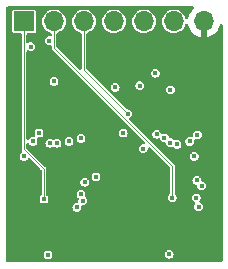
<source format=gbr>
%TF.GenerationSoftware,KiCad,Pcbnew,(6.0.0)*%
%TF.CreationDate,2022-04-20T12:25:39-04:00*%
%TF.ProjectId,7_seg,375f7365-672e-46b6-9963-61645f706362,rev?*%
%TF.SameCoordinates,Original*%
%TF.FileFunction,Copper,L2,Inr*%
%TF.FilePolarity,Positive*%
%FSLAX46Y46*%
G04 Gerber Fmt 4.6, Leading zero omitted, Abs format (unit mm)*
G04 Created by KiCad (PCBNEW (6.0.0)) date 2022-04-20 12:25:39*
%MOMM*%
%LPD*%
G01*
G04 APERTURE LIST*
%TA.AperFunction,ComponentPad*%
%ADD10O,1.700000X1.700000*%
%TD*%
%TA.AperFunction,ComponentPad*%
%ADD11R,1.700000X1.700000*%
%TD*%
%TA.AperFunction,ViaPad*%
%ADD12C,0.400000*%
%TD*%
%TA.AperFunction,Conductor*%
%ADD13C,0.100000*%
%TD*%
G04 APERTURE END LIST*
D10*
%TO.N,GND*%
%TO.C,J1*%
X130810000Y-74930000D03*
%TO.N,VCC*%
X128270000Y-74930000D03*
%TO.N,SEG_IN2*%
X125730000Y-74930000D03*
%TO.N,SEG_IN1*%
X123190000Y-74930000D03*
%TO.N,SEG_IN0*%
X120650000Y-74930000D03*
%TO.N,SEG_IN1_ENABLE*%
X118110000Y-74930000D03*
D11*
%TO.N,SEG_IN2_ENABLE*%
X115570000Y-74930000D03*
%TD*%
D12*
%TO.N,SEG_IN2*%
X120548400Y-90119200D03*
%TO.N,GND*%
X128676400Y-90119200D03*
X126085600Y-89408000D03*
X118211600Y-89763600D03*
X115976400Y-88442800D03*
%TO.N,SEG_E*%
X123958900Y-84378800D03*
%TO.N,SEG_D*%
X129989502Y-86360000D03*
%TO.N,SEG_IN0*%
X130200400Y-88392000D03*
%TO.N,SEG_IN1*%
X130606800Y-88849200D03*
%TO.N,SEG_F*%
X126695200Y-79316400D03*
X117710500Y-76555600D03*
%TO.N,SEG_G*%
X125374400Y-80365600D03*
X116128800Y-77063600D03*
%TO.N,SEG_IN2*%
X130149600Y-89865200D03*
%TO.N,SEG_IN1*%
X120396000Y-89560400D03*
X123291600Y-80518000D03*
%TO.N,SEG_IN0*%
X120700800Y-88544400D03*
X124358400Y-82753200D03*
X121666000Y-88087200D03*
%TO.N,SEG_IN1_ENABLE*%
X128117600Y-89865200D03*
%TO.N,SEG_IN2_ENABLE*%
X117259500Y-89966800D03*
%TO.N,SEG_B*%
X130251200Y-84531200D03*
%TO.N,SEG_A*%
X129590800Y-85090000D03*
%TO.N,Net-(DS2-Pad8)*%
X127965200Y-80721200D03*
%TO.N,SEG_F*%
X126796800Y-84480400D03*
%TO.N,SEG_G*%
X125679200Y-85699600D03*
%TO.N,SEG_DP*%
X130352800Y-90627200D03*
%TO.N,SEG_C*%
X128524000Y-85344000D03*
%TO.N,Net-(DS2-Pad3)*%
X127863600Y-94640400D03*
%TO.N,SEG_D*%
X127965200Y-85191600D03*
%TO.N,SEG_E*%
X127457200Y-84785200D03*
%TO.N,SEG_DP*%
X120040400Y-90678000D03*
%TO.N,SEG_C*%
X118364000Y-85242400D03*
%TO.N,Net-(DS1-Pad3)*%
X117602000Y-94691200D03*
%TO.N,SEG_D*%
X117759500Y-85242400D03*
%TO.N,SEG_E*%
X116840000Y-84379502D03*
%TO.N,SEG_B*%
X120396000Y-84836000D03*
%TO.N,SEG_A*%
X119380000Y-85090000D03*
%TO.N,Net-(DS1-Pad8)*%
X118110000Y-80010000D03*
%TO.N,SEG_G*%
X115570000Y-86360000D03*
%TO.N,SEG_F*%
X116332000Y-85090000D03*
%TD*%
D13*
%TO.N,SEG_IN0*%
X120650000Y-79044800D02*
X124358400Y-82753200D01*
X120650000Y-74930000D02*
X120650000Y-79044800D01*
%TO.N,SEG_IN1_ENABLE*%
X128117600Y-87172800D02*
X128117600Y-89865200D01*
X118110000Y-77165200D02*
X127152400Y-86207600D01*
X127152400Y-86207600D02*
X128117600Y-87172800D01*
X118110000Y-74930000D02*
X118110000Y-77165200D01*
%TO.N,SEG_IN2_ENABLE*%
X117259500Y-87439900D02*
X117259500Y-89966800D01*
X116992400Y-87172800D02*
X117259500Y-87439900D01*
X115570000Y-85750400D02*
X116992400Y-87172800D01*
X115570000Y-74930000D02*
X115570000Y-85750400D01*
%TD*%
%TA.AperFunction,Conductor*%
%TO.N,GND*%
G36*
X129930064Y-73680002D02*
G01*
X129976557Y-73733658D01*
X129986661Y-73803932D01*
X129957167Y-73868512D01*
X129937596Y-73886760D01*
X129909433Y-73907905D01*
X129901726Y-73914748D01*
X129754590Y-74068717D01*
X129748104Y-74076727D01*
X129628098Y-74252649D01*
X129623000Y-74261623D01*
X129533338Y-74454783D01*
X129529776Y-74464467D01*
X129476004Y-74658358D01*
X129438525Y-74718655D01*
X129374396Y-74749118D01*
X129303978Y-74740074D01*
X129249628Y-74694395D01*
X129233965Y-74661102D01*
X129201266Y-74552796D01*
X129201265Y-74552793D01*
X129199484Y-74546894D01*
X129107370Y-74373653D01*
X128983361Y-74221602D01*
X128832180Y-74096535D01*
X128659585Y-74003213D01*
X128557124Y-73971496D01*
X128478039Y-73947015D01*
X128478036Y-73947014D01*
X128472152Y-73945193D01*
X128466027Y-73944549D01*
X128466026Y-73944549D01*
X128283147Y-73925327D01*
X128283146Y-73925327D01*
X128277019Y-73924683D01*
X128154733Y-73935812D01*
X128087759Y-73941907D01*
X128087758Y-73941907D01*
X128081618Y-73942466D01*
X128075704Y-73944207D01*
X128075702Y-73944207D01*
X128006410Y-73964601D01*
X127893393Y-73997864D01*
X127887928Y-74000721D01*
X127724972Y-74085912D01*
X127724968Y-74085915D01*
X127719512Y-74088767D01*
X127714712Y-74092627D01*
X127714711Y-74092627D01*
X127701902Y-74102926D01*
X127566600Y-74211711D01*
X127440480Y-74362016D01*
X127437516Y-74367408D01*
X127437513Y-74367412D01*
X127389481Y-74454783D01*
X127345956Y-74533954D01*
X127286628Y-74720978D01*
X127264757Y-74915963D01*
X127281175Y-75111483D01*
X127335258Y-75300091D01*
X127338076Y-75305574D01*
X127422123Y-75469113D01*
X127422126Y-75469117D01*
X127424944Y-75474601D01*
X127546818Y-75628369D01*
X127551511Y-75632363D01*
X127551512Y-75632364D01*
X127676456Y-75738699D01*
X127696238Y-75755535D01*
X127701616Y-75758541D01*
X127701618Y-75758542D01*
X127737932Y-75778837D01*
X127867513Y-75851257D01*
X128054118Y-75911889D01*
X128248946Y-75935121D01*
X128255081Y-75934649D01*
X128255083Y-75934649D01*
X128438434Y-75920541D01*
X128438438Y-75920540D01*
X128444576Y-75920068D01*
X128633556Y-75867303D01*
X128808689Y-75778837D01*
X128838515Y-75755535D01*
X128958453Y-75661829D01*
X128963303Y-75658040D01*
X128993084Y-75623539D01*
X129087485Y-75514173D01*
X129087485Y-75514172D01*
X129091509Y-75509511D01*
X129188425Y-75338909D01*
X129237214Y-75192245D01*
X129277696Y-75133921D01*
X129343284Y-75106741D01*
X129413154Y-75119336D01*
X129465124Y-75167706D01*
X129479689Y-75204316D01*
X129508565Y-75332447D01*
X129511645Y-75342275D01*
X129591770Y-75539603D01*
X129596413Y-75548794D01*
X129707694Y-75730388D01*
X129713777Y-75738699D01*
X129853213Y-75899667D01*
X129860580Y-75906883D01*
X130024434Y-76042916D01*
X130032881Y-76048831D01*
X130216756Y-76156279D01*
X130226042Y-76160729D01*
X130425001Y-76236703D01*
X130434899Y-76239579D01*
X130538250Y-76260606D01*
X130552299Y-76259410D01*
X130556000Y-76249065D01*
X130556000Y-74802000D01*
X130576002Y-74733879D01*
X130629658Y-74687386D01*
X130682000Y-74676000D01*
X130938000Y-74676000D01*
X131006121Y-74696002D01*
X131052614Y-74749658D01*
X131064000Y-74802000D01*
X131064000Y-76248517D01*
X131068064Y-76262359D01*
X131081478Y-76264393D01*
X131088184Y-76263534D01*
X131098262Y-76261392D01*
X131302255Y-76200191D01*
X131311842Y-76196433D01*
X131503095Y-76102739D01*
X131511945Y-76097464D01*
X131685328Y-75973792D01*
X131693200Y-75967139D01*
X131844052Y-75816812D01*
X131850730Y-75808965D01*
X131975003Y-75636020D01*
X131980313Y-75627183D01*
X132074670Y-75436267D01*
X132078469Y-75426672D01*
X132138242Y-75229937D01*
X132177183Y-75170573D01*
X132242037Y-75141686D01*
X132312213Y-75152447D01*
X132365431Y-75199441D01*
X132384800Y-75266566D01*
X132384800Y-95174800D01*
X132364798Y-95242921D01*
X132311142Y-95289414D01*
X132258800Y-95300800D01*
X117722521Y-95300800D01*
X117654400Y-95280798D01*
X117607907Y-95227142D01*
X117602206Y-95187494D01*
X117601856Y-95212022D01*
X117562622Y-95271194D01*
X117497627Y-95299761D01*
X117481479Y-95300800D01*
X114172000Y-95300800D01*
X114103879Y-95280798D01*
X114057386Y-95227142D01*
X114046000Y-95174800D01*
X114046000Y-94691200D01*
X117226882Y-94691200D01*
X117245242Y-94807118D01*
X117249743Y-94815952D01*
X117249744Y-94815955D01*
X117268135Y-94852048D01*
X117298523Y-94911689D01*
X117381511Y-94994677D01*
X117435079Y-95021971D01*
X117477245Y-95043456D01*
X117477248Y-95043457D01*
X117486082Y-95047958D01*
X117501191Y-95050351D01*
X117565344Y-95080764D01*
X117602870Y-95141033D01*
X117602800Y-95145926D01*
X117627297Y-95092288D01*
X117687023Y-95053904D01*
X117702808Y-95050351D01*
X117717918Y-95047958D01*
X117726752Y-95043457D01*
X117726755Y-95043456D01*
X117768921Y-95021971D01*
X117822489Y-94994677D01*
X117905477Y-94911689D01*
X117935865Y-94852048D01*
X117954256Y-94815955D01*
X117954257Y-94815952D01*
X117958758Y-94807118D01*
X117977118Y-94691200D01*
X117969072Y-94640400D01*
X127488482Y-94640400D01*
X127506842Y-94756318D01*
X127511343Y-94765152D01*
X127511344Y-94765155D01*
X127527735Y-94797324D01*
X127560123Y-94860889D01*
X127643111Y-94943877D01*
X127696679Y-94971171D01*
X127738845Y-94992656D01*
X127738848Y-94992657D01*
X127747682Y-94997158D01*
X127863600Y-95015518D01*
X127979518Y-94997158D01*
X127988352Y-94992657D01*
X127988355Y-94992656D01*
X128030521Y-94971171D01*
X128084089Y-94943877D01*
X128167077Y-94860889D01*
X128199465Y-94797324D01*
X128215856Y-94765155D01*
X128215857Y-94765152D01*
X128220358Y-94756318D01*
X128238718Y-94640400D01*
X128220358Y-94524482D01*
X128215857Y-94515648D01*
X128215856Y-94515645D01*
X128189385Y-94463694D01*
X128167077Y-94419911D01*
X128084089Y-94336923D01*
X128030521Y-94309629D01*
X127988355Y-94288144D01*
X127988352Y-94288143D01*
X127979518Y-94283642D01*
X127863600Y-94265282D01*
X127747682Y-94283642D01*
X127738848Y-94288143D01*
X127738845Y-94288144D01*
X127696679Y-94309629D01*
X127643111Y-94336923D01*
X127560123Y-94419911D01*
X127537815Y-94463694D01*
X127511344Y-94515645D01*
X127511343Y-94515648D01*
X127506842Y-94524482D01*
X127488482Y-94640400D01*
X117969072Y-94640400D01*
X117958758Y-94575282D01*
X117954257Y-94566448D01*
X117954256Y-94566445D01*
X117928372Y-94515645D01*
X117905477Y-94470711D01*
X117822489Y-94387723D01*
X117768921Y-94360429D01*
X117726755Y-94338944D01*
X117726752Y-94338943D01*
X117717918Y-94334442D01*
X117602000Y-94316082D01*
X117486082Y-94334442D01*
X117477248Y-94338943D01*
X117477245Y-94338944D01*
X117435079Y-94360429D01*
X117381511Y-94387723D01*
X117298523Y-94470711D01*
X117275628Y-94515645D01*
X117249744Y-94566445D01*
X117249743Y-94566448D01*
X117245242Y-94575282D01*
X117226882Y-94691200D01*
X114046000Y-94691200D01*
X114046000Y-90678000D01*
X119665282Y-90678000D01*
X119683642Y-90793918D01*
X119688143Y-90802752D01*
X119688144Y-90802755D01*
X119706535Y-90838848D01*
X119736923Y-90898489D01*
X119819911Y-90981477D01*
X119873479Y-91008771D01*
X119915645Y-91030256D01*
X119915648Y-91030257D01*
X119924482Y-91034758D01*
X120040400Y-91053118D01*
X120156318Y-91034758D01*
X120165152Y-91030257D01*
X120165155Y-91030256D01*
X120207321Y-91008771D01*
X120260889Y-90981477D01*
X120343877Y-90898489D01*
X120374265Y-90838848D01*
X120392656Y-90802755D01*
X120392657Y-90802752D01*
X120397158Y-90793918D01*
X120415518Y-90678000D01*
X120409258Y-90638478D01*
X120418357Y-90568068D01*
X120464079Y-90513753D01*
X120533707Y-90492767D01*
X120538608Y-90492767D01*
X120548400Y-90494318D01*
X120664318Y-90475958D01*
X120673152Y-90471457D01*
X120673155Y-90471456D01*
X120715321Y-90449971D01*
X120768889Y-90422677D01*
X120851877Y-90339689D01*
X120896515Y-90252082D01*
X120900656Y-90243955D01*
X120900657Y-90243952D01*
X120905158Y-90235118D01*
X120923518Y-90119200D01*
X120905158Y-90003282D01*
X120900657Y-89994448D01*
X120900656Y-89994445D01*
X120879171Y-89952279D01*
X120851877Y-89898711D01*
X120775880Y-89822714D01*
X120741854Y-89760402D01*
X120746531Y-89695018D01*
X120745192Y-89694583D01*
X120748255Y-89685155D01*
X120752758Y-89676318D01*
X120771118Y-89560400D01*
X120752758Y-89444482D01*
X120748257Y-89435648D01*
X120748256Y-89435645D01*
X120726771Y-89393479D01*
X120699477Y-89339911D01*
X120616489Y-89256923D01*
X120562921Y-89229629D01*
X120520755Y-89208144D01*
X120520752Y-89208143D01*
X120511918Y-89203642D01*
X120396000Y-89185282D01*
X120280082Y-89203642D01*
X120271248Y-89208143D01*
X120271245Y-89208144D01*
X120229079Y-89229629D01*
X120175511Y-89256923D01*
X120092523Y-89339911D01*
X120065229Y-89393479D01*
X120043744Y-89435645D01*
X120043743Y-89435648D01*
X120039242Y-89444482D01*
X120020882Y-89560400D01*
X120039242Y-89676318D01*
X120043743Y-89685152D01*
X120043744Y-89685155D01*
X120048548Y-89694583D01*
X120092523Y-89780889D01*
X120168520Y-89856886D01*
X120202546Y-89919198D01*
X120197869Y-89984582D01*
X120199208Y-89985017D01*
X120196145Y-89994445D01*
X120191642Y-90003282D01*
X120173282Y-90119200D01*
X120174833Y-90128991D01*
X120179542Y-90158721D01*
X120170443Y-90229132D01*
X120124721Y-90283447D01*
X120055093Y-90304433D01*
X120050192Y-90304433D01*
X120040400Y-90302882D01*
X119924482Y-90321242D01*
X119915648Y-90325743D01*
X119915645Y-90325744D01*
X119874506Y-90346706D01*
X119819911Y-90374523D01*
X119736923Y-90457511D01*
X119718169Y-90494318D01*
X119688144Y-90553245D01*
X119688143Y-90553248D01*
X119683642Y-90562082D01*
X119665282Y-90678000D01*
X114046000Y-90678000D01*
X114046000Y-75794820D01*
X114569500Y-75794820D01*
X114578233Y-75838722D01*
X114585127Y-75849040D01*
X114585128Y-75849042D01*
X114598437Y-75868960D01*
X114611496Y-75888504D01*
X114621815Y-75895399D01*
X114650958Y-75914872D01*
X114650960Y-75914873D01*
X114661278Y-75921767D01*
X114705180Y-75930500D01*
X115243500Y-75930500D01*
X115311621Y-75950502D01*
X115358114Y-76004158D01*
X115369500Y-76056500D01*
X115369500Y-85714188D01*
X115369364Y-85716589D01*
X115365666Y-85727119D01*
X115367235Y-85741220D01*
X115367235Y-85741221D01*
X115368727Y-85754627D01*
X115369212Y-85763369D01*
X115369500Y-85765927D01*
X115369500Y-85773003D01*
X115371073Y-85779897D01*
X115371424Y-85783016D01*
X115372776Y-85791009D01*
X115375783Y-85818033D01*
X115382058Y-85828056D01*
X115384688Y-85839585D01*
X115393530Y-85850681D01*
X115393531Y-85850683D01*
X115401286Y-85860414D01*
X115428097Y-85926154D01*
X115415110Y-85995952D01*
X115366448Y-86047649D01*
X115359968Y-86051195D01*
X115349511Y-86056523D01*
X115266523Y-86139511D01*
X115239229Y-86193079D01*
X115217744Y-86235245D01*
X115217743Y-86235248D01*
X115213242Y-86244082D01*
X115194882Y-86360000D01*
X115213242Y-86475918D01*
X115217743Y-86484752D01*
X115217744Y-86484755D01*
X115228218Y-86505311D01*
X115266523Y-86580489D01*
X115349511Y-86663477D01*
X115403079Y-86690771D01*
X115445245Y-86712256D01*
X115445248Y-86712257D01*
X115454082Y-86716758D01*
X115570000Y-86735118D01*
X115685918Y-86716758D01*
X115694752Y-86712257D01*
X115694755Y-86712256D01*
X115736921Y-86690771D01*
X115790489Y-86663477D01*
X115873477Y-86580489D01*
X115877981Y-86571648D01*
X115883808Y-86563629D01*
X115885449Y-86564821D01*
X115925537Y-86522376D01*
X115994452Y-86505311D01*
X116061653Y-86528213D01*
X116078149Y-86542099D01*
X116834514Y-87298463D01*
X116834516Y-87298466D01*
X116943338Y-87407287D01*
X117022095Y-87486044D01*
X117056120Y-87548356D01*
X117059000Y-87575140D01*
X117059000Y-89591144D01*
X117038998Y-89659265D01*
X117022095Y-89680239D01*
X116956023Y-89746311D01*
X116938405Y-89780889D01*
X116907244Y-89842045D01*
X116907243Y-89842048D01*
X116902742Y-89850882D01*
X116884382Y-89966800D01*
X116902742Y-90082718D01*
X116907243Y-90091552D01*
X116907244Y-90091555D01*
X116928729Y-90133721D01*
X116956023Y-90187289D01*
X117039011Y-90270277D01*
X117092579Y-90297571D01*
X117134745Y-90319056D01*
X117134748Y-90319057D01*
X117143582Y-90323558D01*
X117259500Y-90341918D01*
X117375418Y-90323558D01*
X117384252Y-90319057D01*
X117384255Y-90319056D01*
X117426421Y-90297571D01*
X117479989Y-90270277D01*
X117562977Y-90187289D01*
X117590271Y-90133721D01*
X117611756Y-90091555D01*
X117611757Y-90091552D01*
X117616258Y-90082718D01*
X117634618Y-89966800D01*
X117616258Y-89850882D01*
X117611757Y-89842048D01*
X117611756Y-89842045D01*
X117580595Y-89780889D01*
X117562977Y-89746311D01*
X117496905Y-89680239D01*
X117462879Y-89617927D01*
X117460000Y-89591144D01*
X117460000Y-88544400D01*
X120325682Y-88544400D01*
X120344042Y-88660318D01*
X120348543Y-88669152D01*
X120348544Y-88669155D01*
X120358381Y-88688460D01*
X120397323Y-88764889D01*
X120480311Y-88847877D01*
X120533879Y-88875171D01*
X120576045Y-88896656D01*
X120576048Y-88896657D01*
X120584882Y-88901158D01*
X120700800Y-88919518D01*
X120816718Y-88901158D01*
X120825552Y-88896657D01*
X120825555Y-88896656D01*
X120867721Y-88875171D01*
X120921289Y-88847877D01*
X121004277Y-88764889D01*
X121043219Y-88688460D01*
X121053056Y-88669155D01*
X121053057Y-88669152D01*
X121057558Y-88660318D01*
X121075918Y-88544400D01*
X121057558Y-88428482D01*
X121053057Y-88419648D01*
X121053056Y-88419645D01*
X121031571Y-88377479D01*
X121004277Y-88323911D01*
X120921289Y-88240923D01*
X120867721Y-88213629D01*
X120825555Y-88192144D01*
X120825552Y-88192143D01*
X120816718Y-88187642D01*
X120700800Y-88169282D01*
X120584882Y-88187642D01*
X120576048Y-88192143D01*
X120576045Y-88192144D01*
X120533879Y-88213629D01*
X120480311Y-88240923D01*
X120397323Y-88323911D01*
X120370029Y-88377479D01*
X120348544Y-88419645D01*
X120348543Y-88419648D01*
X120344042Y-88428482D01*
X120325682Y-88544400D01*
X117460000Y-88544400D01*
X117460000Y-88087200D01*
X121290882Y-88087200D01*
X121309242Y-88203118D01*
X121313743Y-88211952D01*
X121313744Y-88211955D01*
X121328504Y-88240923D01*
X121362523Y-88307689D01*
X121445511Y-88390677D01*
X121499079Y-88417971D01*
X121541245Y-88439456D01*
X121541248Y-88439457D01*
X121550082Y-88443958D01*
X121666000Y-88462318D01*
X121781918Y-88443958D01*
X121790752Y-88439457D01*
X121790755Y-88439456D01*
X121832921Y-88417971D01*
X121886489Y-88390677D01*
X121969477Y-88307689D01*
X122003496Y-88240923D01*
X122018256Y-88211955D01*
X122018257Y-88211952D01*
X122022758Y-88203118D01*
X122041118Y-88087200D01*
X122022758Y-87971282D01*
X122018257Y-87962448D01*
X122018256Y-87962445D01*
X121996771Y-87920279D01*
X121969477Y-87866711D01*
X121886489Y-87783723D01*
X121832921Y-87756429D01*
X121790755Y-87734944D01*
X121790752Y-87734943D01*
X121781918Y-87730442D01*
X121666000Y-87712082D01*
X121550082Y-87730442D01*
X121541248Y-87734943D01*
X121541245Y-87734944D01*
X121499079Y-87756429D01*
X121445511Y-87783723D01*
X121362523Y-87866711D01*
X121335229Y-87920279D01*
X121313744Y-87962445D01*
X121313743Y-87962448D01*
X121309242Y-87971282D01*
X121290882Y-88087200D01*
X117460000Y-88087200D01*
X117460000Y-87476108D01*
X117460136Y-87473709D01*
X117463834Y-87463180D01*
X117460773Y-87435675D01*
X117460287Y-87426922D01*
X117460000Y-87424373D01*
X117460000Y-87417297D01*
X117458427Y-87410401D01*
X117458076Y-87407287D01*
X117456724Y-87399296D01*
X117455285Y-87386368D01*
X117453716Y-87372266D01*
X117447442Y-87362245D01*
X117444812Y-87350715D01*
X117427866Y-87329450D01*
X117423016Y-87322599D01*
X117421165Y-87320275D01*
X117417383Y-87314233D01*
X117412338Y-87309188D01*
X117410607Y-87307014D01*
X117404877Y-87300600D01*
X117396648Y-87290273D01*
X117396647Y-87290273D01*
X117387805Y-87279176D01*
X117377618Y-87274262D01*
X117375677Y-87272527D01*
X115807405Y-85704255D01*
X115773379Y-85641943D01*
X115770500Y-85615160D01*
X115770500Y-85328917D01*
X115790502Y-85260796D01*
X115844158Y-85214303D01*
X115914432Y-85204199D01*
X115979012Y-85233693D01*
X116008767Y-85271715D01*
X116028523Y-85310489D01*
X116111511Y-85393477D01*
X116148040Y-85412089D01*
X116207245Y-85442256D01*
X116207248Y-85442257D01*
X116216082Y-85446758D01*
X116332000Y-85465118D01*
X116447918Y-85446758D01*
X116456752Y-85442257D01*
X116456755Y-85442256D01*
X116515960Y-85412089D01*
X116552489Y-85393477D01*
X116635477Y-85310489D01*
X116662771Y-85256921D01*
X116670170Y-85242400D01*
X117384382Y-85242400D01*
X117402742Y-85358318D01*
X117407243Y-85367152D01*
X117407244Y-85367155D01*
X117420656Y-85393477D01*
X117456023Y-85462889D01*
X117539011Y-85545877D01*
X117588297Y-85570989D01*
X117634745Y-85594656D01*
X117634748Y-85594657D01*
X117643582Y-85599158D01*
X117759500Y-85617518D01*
X117875418Y-85599158D01*
X117884252Y-85594657D01*
X117884255Y-85594656D01*
X117930703Y-85570989D01*
X117979989Y-85545877D01*
X117987002Y-85538864D01*
X117987689Y-85538365D01*
X118054557Y-85514506D01*
X118123709Y-85530587D01*
X118135811Y-85538365D01*
X118136498Y-85538864D01*
X118143511Y-85545877D01*
X118192797Y-85570989D01*
X118239245Y-85594656D01*
X118239248Y-85594657D01*
X118248082Y-85599158D01*
X118364000Y-85617518D01*
X118479918Y-85599158D01*
X118488752Y-85594657D01*
X118488755Y-85594656D01*
X118535203Y-85570989D01*
X118584489Y-85545877D01*
X118667477Y-85462889D01*
X118702844Y-85393477D01*
X118716256Y-85367155D01*
X118716257Y-85367152D01*
X118720758Y-85358318D01*
X118739118Y-85242400D01*
X118720758Y-85126482D01*
X118716257Y-85117648D01*
X118716256Y-85117645D01*
X118702170Y-85090000D01*
X119004882Y-85090000D01*
X119023242Y-85205918D01*
X119027743Y-85214752D01*
X119027744Y-85214755D01*
X119049229Y-85256921D01*
X119076523Y-85310489D01*
X119159511Y-85393477D01*
X119196040Y-85412089D01*
X119255245Y-85442256D01*
X119255248Y-85442257D01*
X119264082Y-85446758D01*
X119380000Y-85465118D01*
X119495918Y-85446758D01*
X119504752Y-85442257D01*
X119504755Y-85442256D01*
X119563960Y-85412089D01*
X119600489Y-85393477D01*
X119683477Y-85310489D01*
X119710771Y-85256921D01*
X119732256Y-85214755D01*
X119732257Y-85214752D01*
X119736758Y-85205918D01*
X119755118Y-85090000D01*
X119736758Y-84974082D01*
X119732257Y-84965248D01*
X119732256Y-84965245D01*
X119702231Y-84906318D01*
X119683477Y-84869511D01*
X119649966Y-84836000D01*
X120020882Y-84836000D01*
X120039242Y-84951918D01*
X120043743Y-84960752D01*
X120043744Y-84960755D01*
X120050535Y-84974082D01*
X120092523Y-85056489D01*
X120175511Y-85139477D01*
X120221207Y-85162760D01*
X120271245Y-85188256D01*
X120271248Y-85188257D01*
X120280082Y-85192758D01*
X120396000Y-85211118D01*
X120511918Y-85192758D01*
X120520752Y-85188257D01*
X120520755Y-85188256D01*
X120570793Y-85162760D01*
X120616489Y-85139477D01*
X120699477Y-85056489D01*
X120741465Y-84974082D01*
X120748256Y-84960755D01*
X120748257Y-84960752D01*
X120752758Y-84951918D01*
X120771118Y-84836000D01*
X120752758Y-84720082D01*
X120748257Y-84711248D01*
X120748256Y-84711245D01*
X120710591Y-84637324D01*
X120699477Y-84615511D01*
X120616489Y-84532523D01*
X120561005Y-84504253D01*
X120520755Y-84483744D01*
X120520752Y-84483743D01*
X120511918Y-84479242D01*
X120396000Y-84460882D01*
X120280082Y-84479242D01*
X120271248Y-84483743D01*
X120271245Y-84483744D01*
X120230995Y-84504253D01*
X120175511Y-84532523D01*
X120092523Y-84615511D01*
X120081409Y-84637324D01*
X120043744Y-84711245D01*
X120043743Y-84711248D01*
X120039242Y-84720082D01*
X120020882Y-84836000D01*
X119649966Y-84836000D01*
X119600489Y-84786523D01*
X119537875Y-84754620D01*
X119504755Y-84737744D01*
X119504752Y-84737743D01*
X119495918Y-84733242D01*
X119380000Y-84714882D01*
X119264082Y-84733242D01*
X119255248Y-84737743D01*
X119255245Y-84737744D01*
X119222125Y-84754620D01*
X119159511Y-84786523D01*
X119076523Y-84869511D01*
X119057769Y-84906318D01*
X119027744Y-84965245D01*
X119027743Y-84965248D01*
X119023242Y-84974082D01*
X119004882Y-85090000D01*
X118702170Y-85090000D01*
X118685095Y-85056489D01*
X118667477Y-85021911D01*
X118584489Y-84938923D01*
X118524358Y-84908285D01*
X118488755Y-84890144D01*
X118488752Y-84890143D01*
X118479918Y-84885642D01*
X118364000Y-84867282D01*
X118248082Y-84885642D01*
X118239248Y-84890143D01*
X118239245Y-84890144D01*
X118203642Y-84908285D01*
X118143511Y-84938923D01*
X118136498Y-84945936D01*
X118135811Y-84946435D01*
X118068943Y-84970294D01*
X117999791Y-84954213D01*
X117987689Y-84946435D01*
X117987002Y-84945936D01*
X117979989Y-84938923D01*
X117919858Y-84908285D01*
X117884255Y-84890144D01*
X117884252Y-84890143D01*
X117875418Y-84885642D01*
X117759500Y-84867282D01*
X117643582Y-84885642D01*
X117634748Y-84890143D01*
X117634745Y-84890144D01*
X117599142Y-84908285D01*
X117539011Y-84938923D01*
X117456023Y-85021911D01*
X117438405Y-85056489D01*
X117407244Y-85117645D01*
X117407243Y-85117648D01*
X117402742Y-85126482D01*
X117384382Y-85242400D01*
X116670170Y-85242400D01*
X116684256Y-85214755D01*
X116684257Y-85214752D01*
X116688758Y-85205918D01*
X116707118Y-85090000D01*
X116688758Y-84974082D01*
X116666109Y-84929631D01*
X116653006Y-84859857D01*
X116679706Y-84794073D01*
X116737733Y-84753166D01*
X116798087Y-84747982D01*
X116830206Y-84753069D01*
X116830208Y-84753069D01*
X116840000Y-84754620D01*
X116955918Y-84736260D01*
X116964752Y-84731759D01*
X116964755Y-84731758D01*
X117025338Y-84700889D01*
X117060489Y-84682979D01*
X117143477Y-84599991D01*
X117177853Y-84532523D01*
X117192256Y-84504257D01*
X117192257Y-84504253D01*
X117196758Y-84495420D01*
X117215118Y-84379502D01*
X117215007Y-84378800D01*
X123583782Y-84378800D01*
X123602142Y-84494718D01*
X123606643Y-84503552D01*
X123606644Y-84503555D01*
X123628129Y-84545721D01*
X123655423Y-84599289D01*
X123738411Y-84682277D01*
X123774940Y-84700889D01*
X123834145Y-84731056D01*
X123834148Y-84731057D01*
X123842982Y-84735558D01*
X123958900Y-84753918D01*
X124074818Y-84735558D01*
X124083652Y-84731057D01*
X124083655Y-84731056D01*
X124142860Y-84700889D01*
X124179389Y-84682277D01*
X124262377Y-84599289D01*
X124289671Y-84545721D01*
X124311156Y-84503555D01*
X124311157Y-84503552D01*
X124315658Y-84494718D01*
X124334018Y-84378800D01*
X124315658Y-84262882D01*
X124311157Y-84254048D01*
X124311156Y-84254045D01*
X124275435Y-84183940D01*
X124262377Y-84158311D01*
X124179389Y-84075323D01*
X124125821Y-84048029D01*
X124083655Y-84026544D01*
X124083652Y-84026543D01*
X124074818Y-84022042D01*
X123958900Y-84003682D01*
X123842982Y-84022042D01*
X123834148Y-84026543D01*
X123834145Y-84026544D01*
X123791979Y-84048029D01*
X123738411Y-84075323D01*
X123655423Y-84158311D01*
X123642365Y-84183940D01*
X123606644Y-84254045D01*
X123606643Y-84254048D01*
X123602142Y-84262882D01*
X123583782Y-84378800D01*
X117215007Y-84378800D01*
X117196758Y-84263584D01*
X117192257Y-84254750D01*
X117192256Y-84254747D01*
X117170771Y-84212581D01*
X117143477Y-84159013D01*
X117060489Y-84076025D01*
X117006921Y-84048731D01*
X116964755Y-84027246D01*
X116964752Y-84027245D01*
X116955918Y-84022744D01*
X116840000Y-84004384D01*
X116724082Y-84022744D01*
X116715248Y-84027245D01*
X116715245Y-84027246D01*
X116673079Y-84048731D01*
X116619511Y-84076025D01*
X116536523Y-84159013D01*
X116509229Y-84212581D01*
X116487744Y-84254747D01*
X116487743Y-84254750D01*
X116483242Y-84263584D01*
X116464882Y-84379502D01*
X116483242Y-84495420D01*
X116505891Y-84539871D01*
X116518994Y-84609645D01*
X116492294Y-84675429D01*
X116434267Y-84716336D01*
X116373913Y-84721520D01*
X116341794Y-84716433D01*
X116341792Y-84716433D01*
X116332000Y-84714882D01*
X116216082Y-84733242D01*
X116207248Y-84737743D01*
X116207245Y-84737744D01*
X116174125Y-84754620D01*
X116111511Y-84786523D01*
X116028523Y-84869511D01*
X116013768Y-84898470D01*
X116008767Y-84908285D01*
X115960019Y-84959901D01*
X115891105Y-84976967D01*
X115823903Y-84954067D01*
X115779750Y-84898470D01*
X115770500Y-84851083D01*
X115770500Y-80010000D01*
X117734882Y-80010000D01*
X117753242Y-80125918D01*
X117757743Y-80134752D01*
X117757744Y-80134755D01*
X117763021Y-80145111D01*
X117806523Y-80230489D01*
X117889511Y-80313477D01*
X117943079Y-80340771D01*
X117985245Y-80362256D01*
X117985248Y-80362257D01*
X117994082Y-80366758D01*
X118110000Y-80385118D01*
X118225918Y-80366758D01*
X118234752Y-80362257D01*
X118234755Y-80362256D01*
X118276921Y-80340771D01*
X118330489Y-80313477D01*
X118413477Y-80230489D01*
X118456979Y-80145111D01*
X118462256Y-80134755D01*
X118462257Y-80134752D01*
X118466758Y-80125918D01*
X118485118Y-80010000D01*
X118466758Y-79894082D01*
X118462257Y-79885248D01*
X118462256Y-79885245D01*
X118440771Y-79843079D01*
X118413477Y-79789511D01*
X118330489Y-79706523D01*
X118265006Y-79673158D01*
X118234755Y-79657744D01*
X118234752Y-79657743D01*
X118225918Y-79653242D01*
X118110000Y-79634882D01*
X117994082Y-79653242D01*
X117985248Y-79657743D01*
X117985245Y-79657744D01*
X117954994Y-79673158D01*
X117889511Y-79706523D01*
X117806523Y-79789511D01*
X117779229Y-79843079D01*
X117757744Y-79885245D01*
X117757743Y-79885248D01*
X117753242Y-79894082D01*
X117734882Y-80010000D01*
X115770500Y-80010000D01*
X115770500Y-77502472D01*
X115790502Y-77434351D01*
X115844158Y-77387858D01*
X115914432Y-77377754D01*
X115953702Y-77390205D01*
X115979255Y-77403224D01*
X116012882Y-77420358D01*
X116128800Y-77438718D01*
X116244718Y-77420358D01*
X116253552Y-77415857D01*
X116253555Y-77415856D01*
X116303897Y-77390205D01*
X116349289Y-77367077D01*
X116432277Y-77284089D01*
X116465579Y-77218730D01*
X116481056Y-77188355D01*
X116481057Y-77188352D01*
X116485558Y-77179518D01*
X116503918Y-77063600D01*
X116485558Y-76947682D01*
X116481057Y-76938848D01*
X116481056Y-76938845D01*
X116459571Y-76896679D01*
X116432277Y-76843111D01*
X116349289Y-76760123D01*
X116295721Y-76732829D01*
X116253555Y-76711344D01*
X116253552Y-76711343D01*
X116244718Y-76706842D01*
X116128800Y-76688482D01*
X116012882Y-76706842D01*
X115980389Y-76723398D01*
X115953702Y-76736995D01*
X115883925Y-76750099D01*
X115818140Y-76723398D01*
X115777235Y-76665370D01*
X115770500Y-76624728D01*
X115770500Y-76056500D01*
X115790502Y-75988379D01*
X115844158Y-75941886D01*
X115896500Y-75930500D01*
X116434820Y-75930500D01*
X116478722Y-75921767D01*
X116489040Y-75914873D01*
X116489042Y-75914872D01*
X116518185Y-75895399D01*
X116528504Y-75888504D01*
X116541563Y-75868960D01*
X116554872Y-75849042D01*
X116554873Y-75849040D01*
X116561767Y-75838722D01*
X116570500Y-75794820D01*
X116570500Y-74915963D01*
X117104757Y-74915963D01*
X117121175Y-75111483D01*
X117175258Y-75300091D01*
X117178076Y-75305574D01*
X117262123Y-75469113D01*
X117262126Y-75469117D01*
X117264944Y-75474601D01*
X117386818Y-75628369D01*
X117391511Y-75632363D01*
X117391512Y-75632364D01*
X117516456Y-75738699D01*
X117536238Y-75755535D01*
X117541616Y-75758541D01*
X117541618Y-75758542D01*
X117577932Y-75778837D01*
X117707513Y-75851257D01*
X117813663Y-75885747D01*
X117822436Y-75888598D01*
X117881042Y-75928672D01*
X117908679Y-75994068D01*
X117909500Y-76008431D01*
X117909500Y-76064473D01*
X117889498Y-76132594D01*
X117835842Y-76179087D01*
X117763790Y-76188922D01*
X117720294Y-76182033D01*
X117720292Y-76182033D01*
X117710500Y-76180482D01*
X117594582Y-76198842D01*
X117585748Y-76203343D01*
X117585745Y-76203344D01*
X117543579Y-76224829D01*
X117490011Y-76252123D01*
X117407023Y-76335111D01*
X117379729Y-76388679D01*
X117358244Y-76430845D01*
X117358243Y-76430848D01*
X117353742Y-76439682D01*
X117335382Y-76555600D01*
X117353742Y-76671518D01*
X117358243Y-76680352D01*
X117358244Y-76680355D01*
X117379729Y-76722521D01*
X117407023Y-76776089D01*
X117490011Y-76859077D01*
X117543579Y-76886371D01*
X117585745Y-76907856D01*
X117585748Y-76907857D01*
X117594582Y-76912358D01*
X117710500Y-76930718D01*
X117720292Y-76929167D01*
X117720294Y-76929167D01*
X117763790Y-76922278D01*
X117834201Y-76931378D01*
X117888515Y-76977100D01*
X117909500Y-77046727D01*
X117909500Y-77128988D01*
X117909364Y-77131389D01*
X117905666Y-77141919D01*
X117907235Y-77156020D01*
X117907235Y-77156021D01*
X117908727Y-77169427D01*
X117909212Y-77178169D01*
X117909500Y-77180727D01*
X117909500Y-77187803D01*
X117911073Y-77194697D01*
X117911424Y-77197816D01*
X117912776Y-77205809D01*
X117915783Y-77232833D01*
X117922058Y-77242856D01*
X117924688Y-77254385D01*
X117933530Y-77265481D01*
X117933531Y-77265483D01*
X117941635Y-77275652D01*
X117946490Y-77282508D01*
X117948331Y-77284820D01*
X117952116Y-77290866D01*
X117957162Y-77295912D01*
X117958889Y-77298081D01*
X117964623Y-77304500D01*
X117981695Y-77325924D01*
X117991882Y-77330838D01*
X117993823Y-77332573D01*
X125772188Y-85110938D01*
X125806214Y-85173250D01*
X125801149Y-85244065D01*
X125758602Y-85300901D01*
X125692082Y-85325712D01*
X125687907Y-85325861D01*
X125679200Y-85324482D01*
X125563282Y-85342842D01*
X125554448Y-85347343D01*
X125554445Y-85347344D01*
X125512279Y-85368829D01*
X125458711Y-85396123D01*
X125375723Y-85479111D01*
X125357689Y-85514506D01*
X125326944Y-85574845D01*
X125326943Y-85574848D01*
X125322442Y-85583682D01*
X125304082Y-85699600D01*
X125322442Y-85815518D01*
X125326943Y-85824352D01*
X125326944Y-85824355D01*
X125340359Y-85850683D01*
X125375723Y-85920089D01*
X125458711Y-86003077D01*
X125512279Y-86030371D01*
X125554445Y-86051856D01*
X125554448Y-86051857D01*
X125563282Y-86056358D01*
X125679200Y-86074718D01*
X125795118Y-86056358D01*
X125803952Y-86051857D01*
X125803955Y-86051856D01*
X125846121Y-86030371D01*
X125899689Y-86003077D01*
X125982677Y-85920089D01*
X126018041Y-85850683D01*
X126031456Y-85824355D01*
X126031457Y-85824352D01*
X126035958Y-85815518D01*
X126054318Y-85699600D01*
X126053374Y-85693640D01*
X126072769Y-85627586D01*
X126126425Y-85581093D01*
X126196699Y-85570989D01*
X126261279Y-85600483D01*
X126267862Y-85606612D01*
X127880195Y-87218945D01*
X127914221Y-87281257D01*
X127917100Y-87308040D01*
X127917100Y-89489544D01*
X127897098Y-89557665D01*
X127880195Y-89578639D01*
X127814123Y-89644711D01*
X127804640Y-89663323D01*
X127765344Y-89740445D01*
X127765343Y-89740448D01*
X127760842Y-89749282D01*
X127742482Y-89865200D01*
X127760842Y-89981118D01*
X127765343Y-89989952D01*
X127765344Y-89989955D01*
X127767632Y-89994445D01*
X127814123Y-90085689D01*
X127897111Y-90168677D01*
X127933640Y-90187289D01*
X127992845Y-90217456D01*
X127992848Y-90217457D01*
X128001682Y-90221958D01*
X128117600Y-90240318D01*
X128233518Y-90221958D01*
X128242352Y-90217457D01*
X128242355Y-90217456D01*
X128301560Y-90187289D01*
X128338089Y-90168677D01*
X128421077Y-90085689D01*
X128467568Y-89994445D01*
X128469856Y-89989955D01*
X128469857Y-89989952D01*
X128474358Y-89981118D01*
X128492718Y-89865200D01*
X129774482Y-89865200D01*
X129792842Y-89981118D01*
X129797343Y-89989952D01*
X129797344Y-89989955D01*
X129799632Y-89994445D01*
X129846123Y-90085689D01*
X129929111Y-90168677D01*
X129979412Y-90194306D01*
X130013014Y-90211427D01*
X130064630Y-90260175D01*
X130081696Y-90329089D01*
X130057748Y-90397756D01*
X130056340Y-90399694D01*
X130049323Y-90406711D01*
X130027015Y-90450494D01*
X130000544Y-90502445D01*
X130000543Y-90502448D01*
X129996042Y-90511282D01*
X129977682Y-90627200D01*
X129996042Y-90743118D01*
X130000543Y-90751952D01*
X130000544Y-90751955D01*
X130016935Y-90784124D01*
X130049323Y-90847689D01*
X130132311Y-90930677D01*
X130185879Y-90957971D01*
X130228045Y-90979456D01*
X130228048Y-90979457D01*
X130236882Y-90983958D01*
X130352800Y-91002318D01*
X130468718Y-90983958D01*
X130477552Y-90979457D01*
X130477555Y-90979456D01*
X130519721Y-90957971D01*
X130573289Y-90930677D01*
X130656277Y-90847689D01*
X130688665Y-90784124D01*
X130705056Y-90751955D01*
X130705057Y-90751952D01*
X130709558Y-90743118D01*
X130727918Y-90627200D01*
X130709558Y-90511282D01*
X130705057Y-90502448D01*
X130705056Y-90502445D01*
X130678585Y-90450494D01*
X130656277Y-90406711D01*
X130573289Y-90323723D01*
X130489385Y-90280972D01*
X130437770Y-90232225D01*
X130420704Y-90163311D01*
X130444652Y-90094644D01*
X130446060Y-90092706D01*
X130453077Y-90085689D01*
X130499568Y-89994445D01*
X130501856Y-89989955D01*
X130501857Y-89989952D01*
X130506358Y-89981118D01*
X130524718Y-89865200D01*
X130506358Y-89749282D01*
X130501857Y-89740448D01*
X130501856Y-89740445D01*
X130462560Y-89663323D01*
X130453077Y-89644711D01*
X130370089Y-89561723D01*
X130316521Y-89534429D01*
X130274355Y-89512944D01*
X130274352Y-89512943D01*
X130265518Y-89508442D01*
X130149600Y-89490082D01*
X130033682Y-89508442D01*
X130024848Y-89512943D01*
X130024845Y-89512944D01*
X129982679Y-89534429D01*
X129929111Y-89561723D01*
X129846123Y-89644711D01*
X129836640Y-89663323D01*
X129797344Y-89740445D01*
X129797343Y-89740448D01*
X129792842Y-89749282D01*
X129774482Y-89865200D01*
X128492718Y-89865200D01*
X128474358Y-89749282D01*
X128469857Y-89740448D01*
X128469856Y-89740445D01*
X128430560Y-89663323D01*
X128421077Y-89644711D01*
X128355005Y-89578639D01*
X128320979Y-89516327D01*
X128318100Y-89489544D01*
X128318100Y-88392000D01*
X129825282Y-88392000D01*
X129843642Y-88507918D01*
X129848143Y-88516752D01*
X129848144Y-88516755D01*
X129869629Y-88558921D01*
X129896923Y-88612489D01*
X129979911Y-88695477D01*
X130033479Y-88722771D01*
X130075645Y-88744256D01*
X130075648Y-88744257D01*
X130084482Y-88748758D01*
X130128735Y-88755767D01*
X130192888Y-88786180D01*
X130230415Y-88846448D01*
X130233471Y-88860498D01*
X130250042Y-88965118D01*
X130254543Y-88973952D01*
X130254544Y-88973955D01*
X130276029Y-89016121D01*
X130303323Y-89069689D01*
X130386311Y-89152677D01*
X130439879Y-89179971D01*
X130482045Y-89201456D01*
X130482048Y-89201457D01*
X130490882Y-89205958D01*
X130606800Y-89224318D01*
X130722718Y-89205958D01*
X130731552Y-89201457D01*
X130731555Y-89201456D01*
X130773721Y-89179971D01*
X130827289Y-89152677D01*
X130910277Y-89069689D01*
X130937571Y-89016121D01*
X130959056Y-88973955D01*
X130959057Y-88973952D01*
X130963558Y-88965118D01*
X130981918Y-88849200D01*
X130963558Y-88733282D01*
X130959057Y-88724448D01*
X130959056Y-88724445D01*
X130921391Y-88650524D01*
X130910277Y-88628711D01*
X130827289Y-88545723D01*
X130773721Y-88518429D01*
X130731555Y-88496944D01*
X130731552Y-88496943D01*
X130722718Y-88492442D01*
X130678465Y-88485433D01*
X130614312Y-88455020D01*
X130576785Y-88394752D01*
X130573727Y-88380695D01*
X130564734Y-88323911D01*
X130557158Y-88276082D01*
X130552657Y-88267248D01*
X130552656Y-88267245D01*
X130514991Y-88193324D01*
X130503877Y-88171511D01*
X130420889Y-88088523D01*
X130367321Y-88061229D01*
X130325155Y-88039744D01*
X130325152Y-88039743D01*
X130316318Y-88035242D01*
X130200400Y-88016882D01*
X130084482Y-88035242D01*
X130075648Y-88039743D01*
X130075645Y-88039744D01*
X130033479Y-88061229D01*
X129979911Y-88088523D01*
X129896923Y-88171511D01*
X129885809Y-88193324D01*
X129848144Y-88267245D01*
X129848143Y-88267248D01*
X129843642Y-88276082D01*
X129825282Y-88392000D01*
X128318100Y-88392000D01*
X128318100Y-87209012D01*
X128318236Y-87206611D01*
X128321934Y-87196081D01*
X128318873Y-87168573D01*
X128318388Y-87159831D01*
X128318100Y-87157273D01*
X128318100Y-87150197D01*
X128316527Y-87143303D01*
X128316176Y-87140184D01*
X128314824Y-87132191D01*
X128313386Y-87119270D01*
X128311817Y-87105167D01*
X128305542Y-87095144D01*
X128302912Y-87083615D01*
X128294070Y-87072519D01*
X128294069Y-87072517D01*
X128285965Y-87062348D01*
X128281110Y-87055492D01*
X128279269Y-87053180D01*
X128275484Y-87047134D01*
X128270438Y-87042088D01*
X128268711Y-87039919D01*
X128262977Y-87033500D01*
X128254748Y-87023173D01*
X128254747Y-87023173D01*
X128245905Y-87012076D01*
X128235718Y-87007162D01*
X128233777Y-87005427D01*
X127588350Y-86360000D01*
X129614384Y-86360000D01*
X129632744Y-86475918D01*
X129637245Y-86484752D01*
X129637246Y-86484755D01*
X129647720Y-86505311D01*
X129686025Y-86580489D01*
X129769013Y-86663477D01*
X129822581Y-86690771D01*
X129864747Y-86712256D01*
X129864750Y-86712257D01*
X129873584Y-86716758D01*
X129989502Y-86735118D01*
X130105420Y-86716758D01*
X130114254Y-86712257D01*
X130114257Y-86712256D01*
X130156423Y-86690771D01*
X130209991Y-86663477D01*
X130292979Y-86580489D01*
X130331284Y-86505311D01*
X130341758Y-86484755D01*
X130341759Y-86484752D01*
X130346260Y-86475918D01*
X130364620Y-86360000D01*
X130346260Y-86244082D01*
X130341759Y-86235248D01*
X130341758Y-86235245D01*
X130320273Y-86193079D01*
X130292979Y-86139511D01*
X130209991Y-86056523D01*
X130156423Y-86029229D01*
X130114257Y-86007744D01*
X130114254Y-86007743D01*
X130105420Y-86003242D01*
X129989502Y-85984882D01*
X129873584Y-86003242D01*
X129864750Y-86007743D01*
X129864747Y-86007744D01*
X129822581Y-86029229D01*
X129769013Y-86056523D01*
X129686025Y-86139511D01*
X129658731Y-86193079D01*
X129637246Y-86235245D01*
X129637245Y-86235248D01*
X129632744Y-86244082D01*
X129614384Y-86360000D01*
X127588350Y-86360000D01*
X125708750Y-84480400D01*
X126421682Y-84480400D01*
X126440042Y-84596318D01*
X126444543Y-84605152D01*
X126444544Y-84605155D01*
X126446832Y-84609645D01*
X126493323Y-84700889D01*
X126576311Y-84783877D01*
X126622519Y-84807421D01*
X126672045Y-84832656D01*
X126672048Y-84832657D01*
X126680882Y-84837158D01*
X126796800Y-84855518D01*
X126912718Y-84837158D01*
X126925898Y-84830443D01*
X126995673Y-84817337D01*
X127061458Y-84844035D01*
X127100250Y-84899903D01*
X127100442Y-84901118D01*
X127153723Y-85005689D01*
X127236711Y-85088677D01*
X127280401Y-85110938D01*
X127332445Y-85137456D01*
X127332448Y-85137457D01*
X127341282Y-85141958D01*
X127447408Y-85158767D01*
X127457200Y-85160318D01*
X127466992Y-85158767D01*
X127476911Y-85158767D01*
X127476911Y-85162760D01*
X127527997Y-85169379D01*
X127582296Y-85215119D01*
X127601708Y-85265000D01*
X127608442Y-85307518D01*
X127612943Y-85316352D01*
X127612944Y-85316355D01*
X127634326Y-85358318D01*
X127661723Y-85412089D01*
X127744711Y-85495077D01*
X127782843Y-85514506D01*
X127840445Y-85543856D01*
X127840448Y-85543857D01*
X127849282Y-85548358D01*
X127965200Y-85566718D01*
X128081118Y-85548358D01*
X128089955Y-85543855D01*
X128099383Y-85540792D01*
X128100622Y-85544606D01*
X128151439Y-85535250D01*
X128217128Y-85562184D01*
X128227514Y-85571480D01*
X128303511Y-85647477D01*
X128357079Y-85674771D01*
X128399245Y-85696256D01*
X128399248Y-85696257D01*
X128408082Y-85700758D01*
X128524000Y-85719118D01*
X128639918Y-85700758D01*
X128648752Y-85696257D01*
X128648755Y-85696256D01*
X128690921Y-85674771D01*
X128744489Y-85647477D01*
X128827477Y-85564489D01*
X128870979Y-85479111D01*
X128876256Y-85468755D01*
X128876257Y-85468752D01*
X128880758Y-85459918D01*
X128899118Y-85344000D01*
X128880758Y-85228082D01*
X128876257Y-85219248D01*
X128876256Y-85219245D01*
X128846231Y-85160318D01*
X128827477Y-85123511D01*
X128793966Y-85090000D01*
X129215682Y-85090000D01*
X129234042Y-85205918D01*
X129238543Y-85214752D01*
X129238544Y-85214755D01*
X129260029Y-85256921D01*
X129287323Y-85310489D01*
X129370311Y-85393477D01*
X129406840Y-85412089D01*
X129466045Y-85442256D01*
X129466048Y-85442257D01*
X129474882Y-85446758D01*
X129590800Y-85465118D01*
X129706718Y-85446758D01*
X129715552Y-85442257D01*
X129715555Y-85442256D01*
X129774760Y-85412089D01*
X129811289Y-85393477D01*
X129894277Y-85310489D01*
X129921571Y-85256921D01*
X129943056Y-85214755D01*
X129943057Y-85214752D01*
X129947558Y-85205918D01*
X129965918Y-85090000D01*
X129954885Y-85020343D01*
X129963984Y-84949934D01*
X130009706Y-84895619D01*
X130077534Y-84874646D01*
X130118270Y-84880800D01*
X130126450Y-84883458D01*
X130135282Y-84887958D01*
X130145072Y-84889509D01*
X130145073Y-84889509D01*
X130241408Y-84904767D01*
X130251200Y-84906318D01*
X130367118Y-84887958D01*
X130375952Y-84883457D01*
X130375955Y-84883456D01*
X130422270Y-84859857D01*
X130471689Y-84834677D01*
X130554677Y-84751689D01*
X130591675Y-84679076D01*
X130603456Y-84655955D01*
X130603457Y-84655952D01*
X130607958Y-84647118D01*
X130626318Y-84531200D01*
X130607958Y-84415282D01*
X130603457Y-84406448D01*
X130603456Y-84406445D01*
X130577572Y-84355645D01*
X130554677Y-84310711D01*
X130471689Y-84227723D01*
X130418121Y-84200429D01*
X130375955Y-84178944D01*
X130375952Y-84178943D01*
X130367118Y-84174442D01*
X130251200Y-84156082D01*
X130135282Y-84174442D01*
X130126448Y-84178943D01*
X130126445Y-84178944D01*
X130084279Y-84200429D01*
X130030711Y-84227723D01*
X129947723Y-84310711D01*
X129924828Y-84355645D01*
X129898944Y-84406445D01*
X129898943Y-84406448D01*
X129894442Y-84415282D01*
X129876082Y-84531200D01*
X129886867Y-84599289D01*
X129887115Y-84600855D01*
X129878016Y-84671266D01*
X129832294Y-84725581D01*
X129764466Y-84746554D01*
X129723730Y-84740400D01*
X129715550Y-84737742D01*
X129706718Y-84733242D01*
X129696928Y-84731691D01*
X129696927Y-84731691D01*
X129600592Y-84716433D01*
X129590800Y-84714882D01*
X129474882Y-84733242D01*
X129466048Y-84737743D01*
X129466045Y-84737744D01*
X129432925Y-84754620D01*
X129370311Y-84786523D01*
X129287323Y-84869511D01*
X129268569Y-84906318D01*
X129238544Y-84965245D01*
X129238543Y-84965248D01*
X129234042Y-84974082D01*
X129215682Y-85090000D01*
X128793966Y-85090000D01*
X128744489Y-85040523D01*
X128676123Y-85005689D01*
X128648755Y-84991744D01*
X128648752Y-84991743D01*
X128639918Y-84987242D01*
X128524000Y-84968882D01*
X128408082Y-84987242D01*
X128399245Y-84991745D01*
X128389817Y-84994808D01*
X128388578Y-84990994D01*
X128337761Y-85000350D01*
X128272072Y-84973416D01*
X128261686Y-84964120D01*
X128185689Y-84888123D01*
X128130213Y-84859857D01*
X128089955Y-84839344D01*
X128089952Y-84839343D01*
X128081118Y-84834842D01*
X127965200Y-84816482D01*
X127955408Y-84818033D01*
X127945489Y-84818033D01*
X127945489Y-84814040D01*
X127894403Y-84807421D01*
X127840104Y-84761681D01*
X127820692Y-84711799D01*
X127820604Y-84711245D01*
X127813958Y-84669282D01*
X127809457Y-84660448D01*
X127809456Y-84660445D01*
X127774148Y-84591150D01*
X127760677Y-84564711D01*
X127677689Y-84481723D01*
X127624121Y-84454429D01*
X127581955Y-84432944D01*
X127581952Y-84432943D01*
X127573118Y-84428442D01*
X127457200Y-84410082D01*
X127341282Y-84428442D01*
X127328102Y-84435157D01*
X127258327Y-84448263D01*
X127192542Y-84421565D01*
X127153750Y-84365697D01*
X127153558Y-84364482D01*
X127100277Y-84259911D01*
X127017289Y-84176923D01*
X126963721Y-84149629D01*
X126921555Y-84128144D01*
X126921552Y-84128143D01*
X126912718Y-84123642D01*
X126796800Y-84105282D01*
X126680882Y-84123642D01*
X126672048Y-84128143D01*
X126672045Y-84128144D01*
X126629879Y-84149629D01*
X126576311Y-84176923D01*
X126493323Y-84259911D01*
X126471015Y-84303694D01*
X126444544Y-84355645D01*
X126444543Y-84355648D01*
X126440042Y-84364482D01*
X126421682Y-84480400D01*
X125708750Y-84480400D01*
X124506846Y-83278496D01*
X124472820Y-83216184D01*
X124477885Y-83145369D01*
X124520432Y-83088533D01*
X124538739Y-83077134D01*
X124570049Y-83061181D01*
X124578889Y-83056677D01*
X124661877Y-82973689D01*
X124689171Y-82920121D01*
X124710656Y-82877955D01*
X124710657Y-82877952D01*
X124715158Y-82869118D01*
X124733518Y-82753200D01*
X124715158Y-82637282D01*
X124710657Y-82628448D01*
X124710656Y-82628445D01*
X124689171Y-82586279D01*
X124661877Y-82532711D01*
X124578889Y-82449723D01*
X124525321Y-82422429D01*
X124483155Y-82400944D01*
X124483152Y-82400943D01*
X124474318Y-82396442D01*
X124358400Y-82378082D01*
X124342761Y-82380559D01*
X124272350Y-82371459D01*
X124233955Y-82345205D01*
X122406750Y-80518000D01*
X122916482Y-80518000D01*
X122934842Y-80633918D01*
X122939343Y-80642752D01*
X122939344Y-80642755D01*
X122949181Y-80662060D01*
X122988123Y-80738489D01*
X123071111Y-80821477D01*
X123101809Y-80837118D01*
X123166845Y-80870256D01*
X123166848Y-80870257D01*
X123175682Y-80874758D01*
X123291600Y-80893118D01*
X123407518Y-80874758D01*
X123416352Y-80870257D01*
X123416355Y-80870256D01*
X123481391Y-80837118D01*
X123512089Y-80821477D01*
X123595077Y-80738489D01*
X123634019Y-80662060D01*
X123643856Y-80642755D01*
X123643857Y-80642752D01*
X123648358Y-80633918D01*
X123666718Y-80518000D01*
X123648358Y-80402082D01*
X123643857Y-80393248D01*
X123643856Y-80393245D01*
X123629770Y-80365600D01*
X124999282Y-80365600D01*
X125017642Y-80481518D01*
X125022143Y-80490352D01*
X125022144Y-80490355D01*
X125043629Y-80532521D01*
X125070923Y-80586089D01*
X125153911Y-80669077D01*
X125207479Y-80696371D01*
X125249645Y-80717856D01*
X125249648Y-80717857D01*
X125258482Y-80722358D01*
X125374400Y-80740718D01*
X125490318Y-80722358D01*
X125492591Y-80721200D01*
X127590082Y-80721200D01*
X127608442Y-80837118D01*
X127612943Y-80845952D01*
X127612944Y-80845955D01*
X127634429Y-80888121D01*
X127661723Y-80941689D01*
X127744711Y-81024677D01*
X127798279Y-81051971D01*
X127840445Y-81073456D01*
X127840448Y-81073457D01*
X127849282Y-81077958D01*
X127965200Y-81096318D01*
X128081118Y-81077958D01*
X128089952Y-81073457D01*
X128089955Y-81073456D01*
X128132121Y-81051971D01*
X128185689Y-81024677D01*
X128268677Y-80941689D01*
X128295971Y-80888121D01*
X128317456Y-80845955D01*
X128317457Y-80845952D01*
X128321958Y-80837118D01*
X128340318Y-80721200D01*
X128321958Y-80605282D01*
X128317457Y-80596448D01*
X128317456Y-80596445D01*
X128277486Y-80518000D01*
X128268677Y-80500711D01*
X128185689Y-80417723D01*
X128132121Y-80390429D01*
X128089955Y-80368944D01*
X128089952Y-80368943D01*
X128081118Y-80364442D01*
X127965200Y-80346082D01*
X127849282Y-80364442D01*
X127840448Y-80368943D01*
X127840445Y-80368944D01*
X127798279Y-80390429D01*
X127744711Y-80417723D01*
X127661723Y-80500711D01*
X127652914Y-80518000D01*
X127612944Y-80596445D01*
X127612943Y-80596448D01*
X127608442Y-80605282D01*
X127590082Y-80721200D01*
X125492591Y-80721200D01*
X125499152Y-80717857D01*
X125499155Y-80717856D01*
X125541321Y-80696371D01*
X125594889Y-80669077D01*
X125677877Y-80586089D01*
X125705171Y-80532521D01*
X125726656Y-80490355D01*
X125726657Y-80490352D01*
X125731158Y-80481518D01*
X125749518Y-80365600D01*
X125731158Y-80249682D01*
X125726657Y-80240848D01*
X125726656Y-80240845D01*
X125705171Y-80198679D01*
X125677877Y-80145111D01*
X125594889Y-80062123D01*
X125541321Y-80034829D01*
X125499155Y-80013344D01*
X125499152Y-80013343D01*
X125490318Y-80008842D01*
X125374400Y-79990482D01*
X125258482Y-80008842D01*
X125249648Y-80013343D01*
X125249645Y-80013344D01*
X125207479Y-80034829D01*
X125153911Y-80062123D01*
X125070923Y-80145111D01*
X125043629Y-80198679D01*
X125022144Y-80240845D01*
X125022143Y-80240848D01*
X125017642Y-80249682D01*
X124999282Y-80365600D01*
X123629770Y-80365600D01*
X123619825Y-80346082D01*
X123595077Y-80297511D01*
X123512089Y-80214523D01*
X123458521Y-80187229D01*
X123416355Y-80165744D01*
X123416352Y-80165743D01*
X123407518Y-80161242D01*
X123291600Y-80142882D01*
X123175682Y-80161242D01*
X123166848Y-80165743D01*
X123166845Y-80165744D01*
X123124679Y-80187229D01*
X123071111Y-80214523D01*
X122988123Y-80297511D01*
X122963375Y-80346082D01*
X122939344Y-80393245D01*
X122939343Y-80393248D01*
X122934842Y-80402082D01*
X122916482Y-80518000D01*
X122406750Y-80518000D01*
X121205150Y-79316400D01*
X126320082Y-79316400D01*
X126338442Y-79432318D01*
X126342943Y-79441152D01*
X126342944Y-79441155D01*
X126364429Y-79483321D01*
X126391723Y-79536889D01*
X126474711Y-79619877D01*
X126528279Y-79647171D01*
X126570445Y-79668656D01*
X126570448Y-79668657D01*
X126579282Y-79673158D01*
X126695200Y-79691518D01*
X126811118Y-79673158D01*
X126819952Y-79668657D01*
X126819955Y-79668656D01*
X126862121Y-79647171D01*
X126915689Y-79619877D01*
X126998677Y-79536889D01*
X127025971Y-79483321D01*
X127047456Y-79441155D01*
X127047457Y-79441152D01*
X127051958Y-79432318D01*
X127070318Y-79316400D01*
X127051958Y-79200482D01*
X127047457Y-79191648D01*
X127047456Y-79191645D01*
X127007095Y-79112433D01*
X126998677Y-79095911D01*
X126915689Y-79012923D01*
X126861045Y-78985081D01*
X126819955Y-78964144D01*
X126819952Y-78964143D01*
X126811118Y-78959642D01*
X126695200Y-78941282D01*
X126579282Y-78959642D01*
X126570448Y-78964143D01*
X126570445Y-78964144D01*
X126529355Y-78985081D01*
X126474711Y-79012923D01*
X126391723Y-79095911D01*
X126383305Y-79112433D01*
X126342944Y-79191645D01*
X126342943Y-79191648D01*
X126338442Y-79200482D01*
X126320082Y-79316400D01*
X121205150Y-79316400D01*
X120887405Y-78998655D01*
X120853379Y-78936343D01*
X120850500Y-78909560D01*
X120850500Y-76008468D01*
X120870502Y-75940347D01*
X120924158Y-75893854D01*
X120942602Y-75887114D01*
X121013556Y-75867303D01*
X121188689Y-75778837D01*
X121218515Y-75755535D01*
X121338453Y-75661829D01*
X121343303Y-75658040D01*
X121373084Y-75623539D01*
X121467485Y-75514173D01*
X121467485Y-75514172D01*
X121471509Y-75509511D01*
X121568425Y-75338909D01*
X121630358Y-75152732D01*
X121654949Y-74958071D01*
X121655341Y-74930000D01*
X121653965Y-74915963D01*
X122184757Y-74915963D01*
X122201175Y-75111483D01*
X122255258Y-75300091D01*
X122258076Y-75305574D01*
X122342123Y-75469113D01*
X122342126Y-75469117D01*
X122344944Y-75474601D01*
X122466818Y-75628369D01*
X122471511Y-75632363D01*
X122471512Y-75632364D01*
X122596456Y-75738699D01*
X122616238Y-75755535D01*
X122621616Y-75758541D01*
X122621618Y-75758542D01*
X122657932Y-75778837D01*
X122787513Y-75851257D01*
X122974118Y-75911889D01*
X123168946Y-75935121D01*
X123175081Y-75934649D01*
X123175083Y-75934649D01*
X123358434Y-75920541D01*
X123358438Y-75920540D01*
X123364576Y-75920068D01*
X123553556Y-75867303D01*
X123728689Y-75778837D01*
X123758515Y-75755535D01*
X123878453Y-75661829D01*
X123883303Y-75658040D01*
X123913084Y-75623539D01*
X124007485Y-75514173D01*
X124007485Y-75514172D01*
X124011509Y-75509511D01*
X124108425Y-75338909D01*
X124170358Y-75152732D01*
X124194949Y-74958071D01*
X124195341Y-74930000D01*
X124193965Y-74915963D01*
X124724757Y-74915963D01*
X124741175Y-75111483D01*
X124795258Y-75300091D01*
X124798076Y-75305574D01*
X124882123Y-75469113D01*
X124882126Y-75469117D01*
X124884944Y-75474601D01*
X125006818Y-75628369D01*
X125011511Y-75632363D01*
X125011512Y-75632364D01*
X125136456Y-75738699D01*
X125156238Y-75755535D01*
X125161616Y-75758541D01*
X125161618Y-75758542D01*
X125197932Y-75778837D01*
X125327513Y-75851257D01*
X125514118Y-75911889D01*
X125708946Y-75935121D01*
X125715081Y-75934649D01*
X125715083Y-75934649D01*
X125898434Y-75920541D01*
X125898438Y-75920540D01*
X125904576Y-75920068D01*
X126093556Y-75867303D01*
X126268689Y-75778837D01*
X126298515Y-75755535D01*
X126418453Y-75661829D01*
X126423303Y-75658040D01*
X126453084Y-75623539D01*
X126547485Y-75514173D01*
X126547485Y-75514172D01*
X126551509Y-75509511D01*
X126648425Y-75338909D01*
X126710358Y-75152732D01*
X126734949Y-74958071D01*
X126735341Y-74930000D01*
X126716194Y-74734728D01*
X126714413Y-74728829D01*
X126714412Y-74728824D01*
X126661265Y-74552793D01*
X126659484Y-74546894D01*
X126567370Y-74373653D01*
X126443361Y-74221602D01*
X126292180Y-74096535D01*
X126119585Y-74003213D01*
X126017124Y-73971496D01*
X125938039Y-73947015D01*
X125938036Y-73947014D01*
X125932152Y-73945193D01*
X125926027Y-73944549D01*
X125926026Y-73944549D01*
X125743147Y-73925327D01*
X125743146Y-73925327D01*
X125737019Y-73924683D01*
X125614733Y-73935812D01*
X125547759Y-73941907D01*
X125547758Y-73941907D01*
X125541618Y-73942466D01*
X125535704Y-73944207D01*
X125535702Y-73944207D01*
X125466410Y-73964601D01*
X125353393Y-73997864D01*
X125347928Y-74000721D01*
X125184972Y-74085912D01*
X125184968Y-74085915D01*
X125179512Y-74088767D01*
X125174712Y-74092627D01*
X125174711Y-74092627D01*
X125161902Y-74102926D01*
X125026600Y-74211711D01*
X124900480Y-74362016D01*
X124897516Y-74367408D01*
X124897513Y-74367412D01*
X124849481Y-74454783D01*
X124805956Y-74533954D01*
X124746628Y-74720978D01*
X124724757Y-74915963D01*
X124193965Y-74915963D01*
X124176194Y-74734728D01*
X124174413Y-74728829D01*
X124174412Y-74728824D01*
X124121265Y-74552793D01*
X124119484Y-74546894D01*
X124027370Y-74373653D01*
X123903361Y-74221602D01*
X123752180Y-74096535D01*
X123579585Y-74003213D01*
X123477124Y-73971496D01*
X123398039Y-73947015D01*
X123398036Y-73947014D01*
X123392152Y-73945193D01*
X123386027Y-73944549D01*
X123386026Y-73944549D01*
X123203147Y-73925327D01*
X123203146Y-73925327D01*
X123197019Y-73924683D01*
X123074733Y-73935812D01*
X123007759Y-73941907D01*
X123007758Y-73941907D01*
X123001618Y-73942466D01*
X122995704Y-73944207D01*
X122995702Y-73944207D01*
X122926410Y-73964601D01*
X122813393Y-73997864D01*
X122807928Y-74000721D01*
X122644972Y-74085912D01*
X122644968Y-74085915D01*
X122639512Y-74088767D01*
X122634712Y-74092627D01*
X122634711Y-74092627D01*
X122621902Y-74102926D01*
X122486600Y-74211711D01*
X122360480Y-74362016D01*
X122357516Y-74367408D01*
X122357513Y-74367412D01*
X122309481Y-74454783D01*
X122265956Y-74533954D01*
X122206628Y-74720978D01*
X122184757Y-74915963D01*
X121653965Y-74915963D01*
X121636194Y-74734728D01*
X121634413Y-74728829D01*
X121634412Y-74728824D01*
X121581265Y-74552793D01*
X121579484Y-74546894D01*
X121487370Y-74373653D01*
X121363361Y-74221602D01*
X121212180Y-74096535D01*
X121039585Y-74003213D01*
X120937124Y-73971496D01*
X120858039Y-73947015D01*
X120858036Y-73947014D01*
X120852152Y-73945193D01*
X120846027Y-73944549D01*
X120846026Y-73944549D01*
X120663147Y-73925327D01*
X120663146Y-73925327D01*
X120657019Y-73924683D01*
X120534733Y-73935812D01*
X120467759Y-73941907D01*
X120467758Y-73941907D01*
X120461618Y-73942466D01*
X120455704Y-73944207D01*
X120455702Y-73944207D01*
X120386410Y-73964601D01*
X120273393Y-73997864D01*
X120267928Y-74000721D01*
X120104972Y-74085912D01*
X120104968Y-74085915D01*
X120099512Y-74088767D01*
X120094712Y-74092627D01*
X120094711Y-74092627D01*
X120081902Y-74102926D01*
X119946600Y-74211711D01*
X119820480Y-74362016D01*
X119817516Y-74367408D01*
X119817513Y-74367412D01*
X119769481Y-74454783D01*
X119725956Y-74533954D01*
X119666628Y-74720978D01*
X119644757Y-74915963D01*
X119661175Y-75111483D01*
X119715258Y-75300091D01*
X119718076Y-75305574D01*
X119802123Y-75469113D01*
X119802126Y-75469117D01*
X119804944Y-75474601D01*
X119926818Y-75628369D01*
X119931511Y-75632363D01*
X119931512Y-75632364D01*
X120056456Y-75738699D01*
X120076238Y-75755535D01*
X120081616Y-75758541D01*
X120081618Y-75758542D01*
X120117932Y-75778837D01*
X120247513Y-75851257D01*
X120353663Y-75885747D01*
X120362436Y-75888598D01*
X120421042Y-75928672D01*
X120448679Y-75994068D01*
X120449500Y-76008431D01*
X120449500Y-78916960D01*
X120429498Y-78985081D01*
X120375842Y-79031574D01*
X120305568Y-79041678D01*
X120240988Y-79012184D01*
X120234405Y-79006055D01*
X118347405Y-77119055D01*
X118313379Y-77056743D01*
X118310500Y-77029960D01*
X118310500Y-76008468D01*
X118330502Y-75940347D01*
X118384158Y-75893854D01*
X118402602Y-75887114D01*
X118473556Y-75867303D01*
X118648689Y-75778837D01*
X118678515Y-75755535D01*
X118798453Y-75661829D01*
X118803303Y-75658040D01*
X118833084Y-75623539D01*
X118927485Y-75514173D01*
X118927485Y-75514172D01*
X118931509Y-75509511D01*
X119028425Y-75338909D01*
X119090358Y-75152732D01*
X119114949Y-74958071D01*
X119115341Y-74930000D01*
X119096194Y-74734728D01*
X119094413Y-74728829D01*
X119094412Y-74728824D01*
X119041265Y-74552793D01*
X119039484Y-74546894D01*
X118947370Y-74373653D01*
X118823361Y-74221602D01*
X118672180Y-74096535D01*
X118499585Y-74003213D01*
X118397124Y-73971496D01*
X118318039Y-73947015D01*
X118318036Y-73947014D01*
X118312152Y-73945193D01*
X118306027Y-73944549D01*
X118306026Y-73944549D01*
X118123147Y-73925327D01*
X118123146Y-73925327D01*
X118117019Y-73924683D01*
X117994733Y-73935812D01*
X117927759Y-73941907D01*
X117927758Y-73941907D01*
X117921618Y-73942466D01*
X117915704Y-73944207D01*
X117915702Y-73944207D01*
X117846410Y-73964601D01*
X117733393Y-73997864D01*
X117727928Y-74000721D01*
X117564972Y-74085912D01*
X117564968Y-74085915D01*
X117559512Y-74088767D01*
X117554712Y-74092627D01*
X117554711Y-74092627D01*
X117541902Y-74102926D01*
X117406600Y-74211711D01*
X117280480Y-74362016D01*
X117277516Y-74367408D01*
X117277513Y-74367412D01*
X117229481Y-74454783D01*
X117185956Y-74533954D01*
X117126628Y-74720978D01*
X117104757Y-74915963D01*
X116570500Y-74915963D01*
X116570500Y-74065180D01*
X116561767Y-74021278D01*
X116554873Y-74010960D01*
X116554872Y-74010958D01*
X116535399Y-73981815D01*
X116528504Y-73971496D01*
X116518185Y-73964601D01*
X116489042Y-73945128D01*
X116489040Y-73945127D01*
X116478722Y-73938233D01*
X116434820Y-73929500D01*
X114705180Y-73929500D01*
X114661278Y-73938233D01*
X114650960Y-73945127D01*
X114650958Y-73945128D01*
X114621815Y-73964601D01*
X114611496Y-73971496D01*
X114604601Y-73981815D01*
X114585128Y-74010958D01*
X114585127Y-74010960D01*
X114578233Y-74021278D01*
X114569500Y-74065180D01*
X114569500Y-75794820D01*
X114046000Y-75794820D01*
X114046000Y-73786000D01*
X114066002Y-73717879D01*
X114119658Y-73671386D01*
X114172000Y-73660000D01*
X129861943Y-73660000D01*
X129930064Y-73680002D01*
G37*
%TD.AperFunction*%
%TD*%
M02*

</source>
